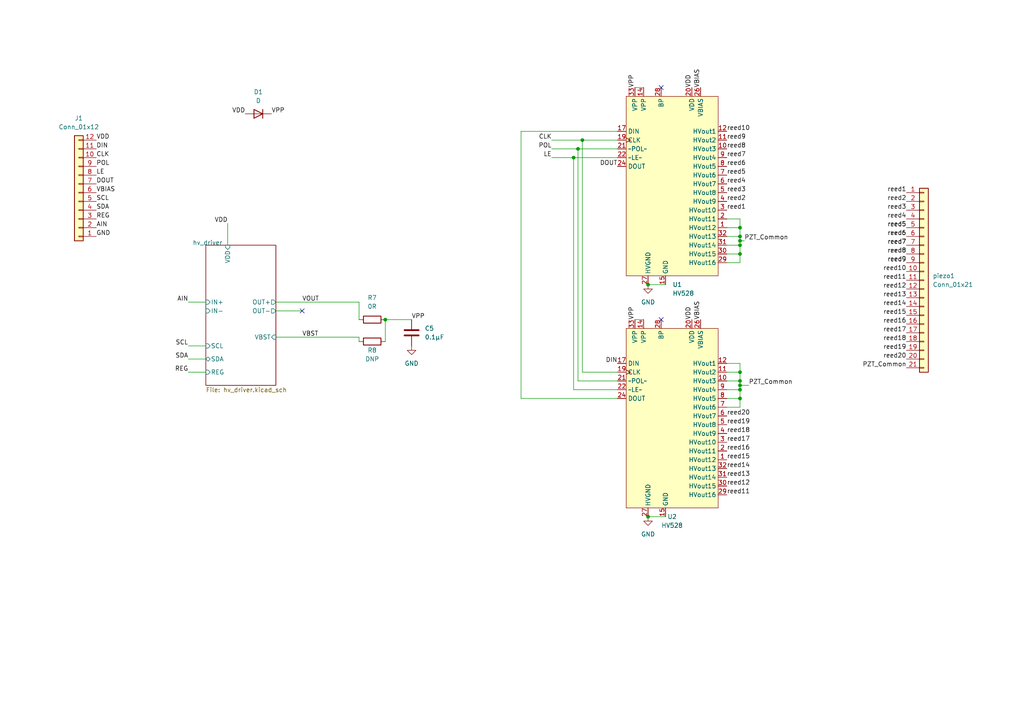
<source format=kicad_sch>
(kicad_sch (version 20211123) (generator eeschema)
  (paper "A4")
  (lib_symbols
    (symbol "Connector_Generic:Conn_01x12" (pin_names (offset 1.016) hide)
      (property "Reference" "J" (at 0 15.24 0))
      (property "Value" "Conn_01x12" (at 0 -17.78 0))
      (symbol "Conn_01x12_1_1"
        (rectangle (start -1.27 -15.113) (end 0 -15.367) (stroke (width 0.1524)))
        (rectangle (start -1.27 -12.573) (end 0 -12.827) (stroke (width 0.1524)))
        (rectangle (start -1.27 -10.033) (end 0 -10.287) (stroke (width 0.1524)))
        (rectangle (start -1.27 -7.493) (end 0 -7.747) (stroke (width 0.1524)))
        (rectangle (start -1.27 -4.953) (end 0 -5.207) (stroke (width 0.1524)))
        (rectangle (start -1.27 -2.413) (end 0 -2.667) (stroke (width 0.1524)))
        (rectangle (start -1.27 0.127) (end 0 -0.127) (stroke (width 0.1524)))
        (rectangle (start -1.27 2.667) (end 0 2.413) (stroke (width 0.1524)))
        (rectangle (start -1.27 5.207) (end 0 4.953) (stroke (width 0.1524)))
        (rectangle (start -1.27 7.747) (end 0 7.493) (stroke (width 0.1524)))
        (rectangle (start -1.27 10.287) (end 0 10.033) (stroke (width 0.1524)))
        (rectangle (start -1.27 12.827) (end 0 12.573) (stroke (width 0.1524)))
        (rectangle (start -1.27 13.97) (end 1.27 -16.51) (stroke (width 0.254)) (fill (type background)))
        (pin passive line (at -5.08 12.7 0) (length 3.81) (name "Pin_1") (number "1"))
        (pin passive line (at -5.08 -10.16 0) (length 3.81) (name "Pin_10") (number "10"))
        (pin passive line (at -5.08 -12.7 0) (length 3.81) (name "Pin_11") (number "11"))
        (pin passive line (at -5.08 -15.24 0) (length 3.81) (name "Pin_12") (number "12"))
        (pin passive line (at -5.08 10.16 0) (length 3.81) (name "Pin_2") (number "2"))
        (pin passive line (at -5.08 7.62 0) (length 3.81) (name "Pin_3") (number "3"))
        (pin passive line (at -5.08 5.08 0) (length 3.81) (name "Pin_4") (number "4"))
        (pin passive line (at -5.08 2.54 0) (length 3.81) (name "Pin_5") (number "5"))
        (pin passive line (at -5.08 0 0) (length 3.81) (name "Pin_6") (number "6"))
        (pin passive line (at -5.08 -2.54 0) (length 3.81) (name "Pin_7") (number "7"))
        (pin passive line (at -5.08 -5.08 0) (length 3.81) (name "Pin_8") (number "8"))
        (pin passive line (at -5.08 -7.62 0) (length 3.81) (name "Pin_9") (number "9"))
      )
    )
    (symbol "Connector_Generic:Conn_01x21" (pin_names (offset 1.016) hide)
      (property "Reference" "J" (at 0 27.94 0))
      (property "Value" "Conn_01x21" (at 0 -27.94 0))
      (symbol "Conn_01x21_1_1"
        (rectangle (start -1.27 -25.273) (end 0 -25.527) (stroke (width 0.1524)))
        (rectangle (start -1.27 -22.733) (end 0 -22.987) (stroke (width 0.1524)))
        (rectangle (start -1.27 -20.193) (end 0 -20.447) (stroke (width 0.1524)))
        (rectangle (start -1.27 -17.653) (end 0 -17.907) (stroke (width 0.1524)))
        (rectangle (start -1.27 -15.113) (end 0 -15.367) (stroke (width 0.1524)))
        (rectangle (start -1.27 -12.573) (end 0 -12.827) (stroke (width 0.1524)))
        (rectangle (start -1.27 -10.033) (end 0 -10.287) (stroke (width 0.1524)))
        (rectangle (start -1.27 -7.493) (end 0 -7.747) (stroke (width 0.1524)))
        (rectangle (start -1.27 -4.953) (end 0 -5.207) (stroke (width 0.1524)))
        (rectangle (start -1.27 -2.413) (end 0 -2.667) (stroke (width 0.1524)))
        (rectangle (start -1.27 0.127) (end 0 -0.127) (stroke (width 0.1524)))
        (rectangle (start -1.27 2.667) (end 0 2.413) (stroke (width 0.1524)))
        (rectangle (start -1.27 5.207) (end 0 4.953) (stroke (width 0.1524)))
        (rectangle (start -1.27 7.747) (end 0 7.493) (stroke (width 0.1524)))
        (rectangle (start -1.27 10.287) (end 0 10.033) (stroke (width 0.1524)))
        (rectangle (start -1.27 12.827) (end 0 12.573) (stroke (width 0.1524)))
        (rectangle (start -1.27 15.367) (end 0 15.113) (stroke (width 0.1524)))
        (rectangle (start -1.27 17.907) (end 0 17.653) (stroke (width 0.1524)))
        (rectangle (start -1.27 20.447) (end 0 20.193) (stroke (width 0.1524)))
        (rectangle (start -1.27 22.987) (end 0 22.733) (stroke (width 0.1524)))
        (rectangle (start -1.27 25.527) (end 0 25.273) (stroke (width 0.1524)))
        (rectangle (start -1.27 26.67) (end 1.27 -26.67) (stroke (width 0.254)) (fill (type background)))
        (pin passive line (at -5.08 25.4 0) (length 3.81) (name "Pin_1") (number "1"))
        (pin passive line (at -5.08 2.54 0) (length 3.81) (name "Pin_10") (number "10"))
        (pin passive line (at -5.08 0 0) (length 3.81) (name "Pin_11") (number "11"))
        (pin passive line (at -5.08 -2.54 0) (length 3.81) (name "Pin_12") (number "12"))
        (pin passive line (at -5.08 -5.08 0) (length 3.81) (name "Pin_13") (number "13"))
        (pin passive line (at -5.08 -7.62 0) (length 3.81) (name "Pin_14") (number "14"))
        (pin passive line (at -5.08 -10.16 0) (length 3.81) (name "Pin_15") (number "15"))
        (pin passive line (at -5.08 -12.7 0) (length 3.81) (name "Pin_16") (number "16"))
        (pin passive line (at -5.08 -15.24 0) (length 3.81) (name "Pin_17") (number "17"))
        (pin passive line (at -5.08 -17.78 0) (length 3.81) (name "Pin_18") (number "18"))
        (pin passive line (at -5.08 -20.32 0) (length 3.81) (name "Pin_19") (number "19"))
        (pin passive line (at -5.08 22.86 0) (length 3.81) (name "Pin_2") (number "2"))
        (pin passive line (at -5.08 -22.86 0) (length 3.81) (name "Pin_20") (number "20"))
        (pin passive line (at -5.08 -25.4 0) (length 3.81) (name "Pin_21") (number "21"))
        (pin passive line (at -5.08 20.32 0) (length 3.81) (name "Pin_3") (number "3"))
        (pin passive line (at -5.08 17.78 0) (length 3.81) (name "Pin_4") (number "4"))
        (pin passive line (at -5.08 15.24 0) (length 3.81) (name "Pin_5") (number "5"))
        (pin passive line (at -5.08 12.7 0) (length 3.81) (name "Pin_6") (number "6"))
        (pin passive line (at -5.08 10.16 0) (length 3.81) (name "Pin_7") (number "7"))
        (pin passive line (at -5.08 7.62 0) (length 3.81) (name "Pin_8") (number "8"))
        (pin passive line (at -5.08 5.08 0) (length 3.81) (name "Pin_9") (number "9"))
      )
    )
    (symbol "Device:C" (pin_numbers hide) (pin_names (offset 0.254))
      (property "Reference" "C" (at 0.635 2.54 0))
      (property "Value" "C" (at 0.635 -2.54 0))
      (symbol "C_0_1"
        (polyline (pts (xy -2.032 -0.762) (xy 2.032 -0.762)) (stroke (width 0.508)))
        (polyline (pts (xy -2.032 0.762) (xy 2.032 0.762)) (stroke (width 0.508)))
      )
      (symbol "C_1_1"
        (pin passive line (at 0 3.81 270) (length 2.794) (name "~") (number "1"))
        (pin passive line (at 0 -3.81 90) (length 2.794) (name "~") (number "2"))
      )
    )
    (symbol "Device:D" (pin_numbers hide) (pin_names (offset 1.016) hide)
      (property "Reference" "D" (at 0 2.54 0))
      (property "Value" "D" (at 0 -2.54 0))
      (symbol "D_0_1"
        (polyline (pts (xy -1.27 1.27) (xy -1.27 -1.27)) (stroke (width 0.254)))
        (polyline (pts (xy 1.27 0) (xy -1.27 0)))
        (polyline (pts (xy 1.27 1.27) (xy 1.27 -1.27) (xy -1.27 0) (xy 1.27 1.27)) (stroke (width 0.254)))
      )
      (symbol "D_1_1"
        (pin passive line (at -3.81 0 0) (length 2.54) (name "K") (number "1"))
        (pin passive line (at 3.81 0 180) (length 2.54) (name "A") (number "2"))
      )
    )
    (symbol "Device:R" (pin_numbers hide) (pin_names (offset 0))
      (property "Reference" "R" (at 2.032 0 90))
      (property "Value" "R" (at 0 0 90))
      (symbol "R_0_1"
        (rectangle (start -1.016 -2.54) (end 1.016 2.54) (stroke (width 0.254)))
      )
      (symbol "R_1_1"
        (pin passive line (at 0 3.81 270) (length 1.27) (name "~") (number "1"))
        (pin passive line (at 0 -3.81 90) (length 1.27) (name "~") (number "2"))
      )
    )
    (symbol "HV528_1"
      (property "Reference" "U?" (at 0 31.75 0))
      (property "Value" "HV528_1" (at 0 29.21 0))
      (symbol "HV528_1_0_1"
        (rectangle (start 12.7 -26.67) (end -13.97 25.4) (fill (type background)))
      )
      (symbol "HV528_1_1_1"
        (pin output line (at 15.24 -12.7 180) (length 2.54) (name "HVout12") (number "1"))
        (pin output line (at 15.24 10.16 180) (length 2.54) (name "HVout3") (number "10"))
        (pin output line (at 15.24 12.7 180) (length 2.54) (name "HVout2") (number "11"))
        (pin output line (at 15.24 15.24 180) (length 2.54) (name "HVout1") (number "12"))
        (pin no_connect line (at -16.51 0 0) (length 2.54) hide (name "NC") (number "13"))
        (pin power_in line (at -8.89 27.94 270) (length 2.54) (name "VPP") (number "14"))
        (pin power_in line (at -2.54 -29.21 90) (length 2.54) (name "GND") (number "15"))
        (pin no_connect line (at -16.51 -2.54 0) (length 2.54) hide (name "NC") (number "16"))
        (pin input line (at -16.51 15.24 0) (length 2.54) (name "DIN") (number "17"))
        (pin no_connect line (at -16.51 -5.08 0) (length 2.54) hide (name "NC") (number "18"))
        (pin input clock (at -16.51 12.7 0) (length 2.54) (name "CLK") (number "19"))
        (pin output line (at 15.24 -10.16 180) (length 2.54) (name "HVout11") (number "2"))
        (pin power_in line (at 5.08 27.94 270) (length 2.54) (name "VDD") (number "20"))
        (pin input line (at -16.51 10.16 0) (length 2.54) (name "~POL~") (number "21"))
        (pin input line (at -16.51 7.62 0) (length 2.54) (name "~LE~") (number "22"))
        (pin no_connect line (at -16.51 -7.62 0) (length 2.54) hide (name "NC") (number "23"))
        (pin input line (at -16.51 5.08 0) (length 2.54) (name "DOUT") (number "24"))
        (pin no_connect line (at -16.51 -10.16 0) (length 2.54) hide (name "NC") (number "25"))
        (pin power_in line (at 7.62 27.94 270) (length 2.54) (name "VBIAS") (number "26"))
        (pin power_in line (at -7.62 -29.21 90) (length 2.54) (name "HVGND") (number "27"))
        (pin power_out line (at -3.81 27.94 270) (length 2.54) (name "BP") (number "28"))
        (pin output line (at 15.24 -22.86 180) (length 2.54) (name "HVout16") (number "29"))
        (pin output line (at 15.24 -7.62 180) (length 2.54) (name "HVout10") (number "3"))
        (pin output line (at 15.24 -20.32 180) (length 2.54) (name "HVout15") (number "30"))
        (pin output line (at 15.24 -17.78 180) (length 2.54) (name "HVout14") (number "31"))
        (pin output line (at 15.24 -15.24 180) (length 2.54) (name "HVout13") (number "32"))
        (pin power_in line (at -11.43 27.94 270) (length 2.54) (name "VPP") (number "33"))
        (pin output line (at 15.24 -5.08 180) (length 2.54) (name "HVout9") (number "4"))
        (pin output line (at 15.24 -2.54 180) (length 2.54) (name "HVout8") (number "5"))
        (pin output line (at 15.24 0 180) (length 2.54) (name "HVout7") (number "6"))
        (pin output line (at 15.24 2.54 180) (length 2.54) (name "HVout6") (number "7"))
        (pin output line (at 15.24 5.08 180) (length 2.54) (name "HVout5") (number "8"))
        (pin output line (at 15.24 7.62 180) (length 2.54) (name "HVout4") (number "9"))
      )
    )
    (symbol "microchip_hv:HV528"
      (property "Reference" "U?" (at 0 31.75 0))
      (property "Value" "HV528" (at 0 29.21 0))
      (symbol "HV528_0_1"
        (rectangle (start 12.7 -26.67) (end -13.97 25.4) (fill (type background)))
      )
      (symbol "HV528_1_1"
        (pin output line (at 15.24 -12.7 180) (length 2.54) (name "HVout12") (number "1"))
        (pin output line (at 15.24 10.16 180) (length 2.54) (name "HVout3") (number "10"))
        (pin output line (at 15.24 12.7 180) (length 2.54) (name "HVout2") (number "11"))
        (pin output line (at 15.24 15.24 180) (length 2.54) (name "HVout1") (number "12"))
        (pin no_connect line (at -16.51 0 0) (length 2.54) hide (name "NC") (number "13"))
        (pin power_in line (at -8.89 27.94 270) (length 2.54) (name "VPP") (number "14"))
        (pin power_in line (at -2.54 -29.21 90) (length 2.54) (name "GND") (number "15"))
        (pin no_connect line (at -16.51 -2.54 0) (length 2.54) hide (name "NC") (number "16"))
        (pin input line (at -16.51 15.24 0) (length 2.54) (name "DIN") (number "17"))
        (pin no_connect line (at -16.51 -5.08 0) (length 2.54) hide (name "NC") (number "18"))
        (pin input clock (at -16.51 12.7 0) (length 2.54) (name "CLK") (number "19"))
        (pin output line (at 15.24 -10.16 180) (length 2.54) (name "HVout11") (number "2"))
        (pin power_in line (at 5.08 27.94 270) (length 2.54) (name "VDD") (number "20"))
        (pin input line (at -16.51 10.16 0) (length 2.54) (name "~POL~") (number "21"))
        (pin input line (at -16.51 7.62 0) (length 2.54) (name "~LE~") (number "22"))
        (pin no_connect line (at -16.51 -7.62 0) (length 2.54) hide (name "NC") (number "23"))
        (pin input line (at -16.51 5.08 0) (length 2.54) (name "DOUT") (number "24"))
        (pin no_connect line (at -16.51 -10.16 0) (length 2.54) hide (name "NC") (number "25"))
        (pin power_in line (at 7.62 27.94 270) (length 2.54) (name "VBIAS") (number "26"))
        (pin power_in line (at -7.62 -29.21 90) (length 2.54) (name "HVGND") (number "27"))
        (pin power_out line (at -3.81 27.94 270) (length 2.54) (name "BP") (number "28"))
        (pin output line (at 15.24 -22.86 180) (length 2.54) (name "HVout16") (number "29"))
        (pin output line (at 15.24 -7.62 180) (length 2.54) (name "HVout10") (number "3"))
        (pin output line (at 15.24 -20.32 180) (length 2.54) (name "HVout15") (number "30"))
        (pin output line (at 15.24 -17.78 180) (length 2.54) (name "HVout14") (number "31"))
        (pin output line (at 15.24 -15.24 180) (length 2.54) (name "HVout13") (number "32"))
        (pin power_in line (at -11.43 27.94 270) (length 2.54) (name "VPP") (number "33"))
        (pin output line (at 15.24 -5.08 180) (length 2.54) (name "HVout9") (number "4"))
        (pin output line (at 15.24 -2.54 180) (length 2.54) (name "HVout8") (number "5"))
        (pin output line (at 15.24 0 180) (length 2.54) (name "HVout7") (number "6"))
        (pin output line (at 15.24 2.54 180) (length 2.54) (name "HVout6") (number "7"))
        (pin output line (at 15.24 5.08 180) (length 2.54) (name "HVout5") (number "8"))
        (pin output line (at 15.24 7.62 180) (length 2.54) (name "HVout4") (number "9"))
      )
    )
    (symbol "power:GND" (power) (pin_names (offset 0))
      (property "Value" "GND" (at 0 -3.81 0))
      (symbol "GND_0_1"
        (polyline (pts (xy 0 0) (xy 0 -1.27) (xy 1.27 -1.27) (xy 0 -2.54) (xy -1.27 -1.27) (xy 0 -1.27)))
      )
      (symbol "GND_1_1"
        (pin power_in line (at 0 0 270) (length 0) hide (name "GND") (number "1"))
      )
    )
  )
  (junction (at 214.63 69.85))
  (junction (at 168.91 40.64))
  (junction (at 214.63 73.66))
  (junction (at 187.96 149.86))
  (junction (at 167.64 43.18))
  (junction (at 214.63 113.03))
  (junction (at 187.96 82.55))
  (junction (at 166.37 45.72))
  (junction (at 214.63 115.57))
  (junction (at 214.63 110.49))
  (junction (at 214.63 111.76))
  (junction (at 214.63 71.12))
  (junction (at 214.63 107.95))
  (junction (at 214.63 66.04))
  (junction (at 111.76 92.71))
  (junction (at 214.63 68.58))
  (no_connect (at 191.77 92.71))
  (no_connect (at 191.77 25.4))
  (no_connect (at 87.63 90.17))
  (wire (pts (xy 210.82 107.95) (xy 214.63 107.95)))
  (wire (pts (xy 214.63 111.76) (xy 214.63 113.03)))
  (wire (pts (xy 210.82 63.5) (xy 214.63 63.5)))
  (wire (pts (xy 104.14 97.79) (xy 104.14 99.06)))
  (wire (pts (xy 214.63 110.49) (xy 214.63 111.76)))
  (wire (pts (xy 184.15 25.4) (xy 186.69 25.4)))
  (wire (pts (xy 214.63 111.76) (xy 217.17 111.76)))
  (wire (pts (xy 210.82 115.57) (xy 214.63 115.57)))
  (wire (pts (xy 54.61 87.63) (xy 59.69 87.63)))
  (wire (pts (xy 166.37 45.72) (xy 179.07 45.72)))
  (wire (pts (xy 54.61 104.14) (xy 59.69 104.14)))
  (wire (pts (xy 160.02 43.18) (xy 167.64 43.18)))
  (wire (pts (xy 168.91 107.95) (xy 179.07 107.95)))
  (wire (pts (xy 167.64 43.18) (xy 179.07 43.18)))
  (wire (pts (xy 80.01 90.17) (xy 87.63 90.17)))
  (wire (pts (xy 210.82 68.58) (xy 214.63 68.58)))
  (wire (pts (xy 151.13 115.57) (xy 151.13 38.1)))
  (wire (pts (xy 214.63 69.85) (xy 215.9 69.85)))
  (wire (pts (xy 214.63 69.85) (xy 214.63 71.12)))
  (wire (pts (xy 111.76 92.71) (xy 111.76 99.06)))
  (wire (pts (xy 168.91 40.64) (xy 179.07 40.64)))
  (wire (pts (xy 210.82 110.49) (xy 214.63 110.49)))
  (wire (pts (xy 210.82 105.41) (xy 214.63 105.41)))
  (wire (pts (xy 187.96 149.86) (xy 193.04 149.86)))
  (wire (pts (xy 214.63 73.66) (xy 214.63 71.12)))
  (wire (pts (xy 167.64 43.18) (xy 167.64 110.49)))
  (wire (pts (xy 214.63 115.57) (xy 214.63 113.03)))
  (wire (pts (xy 54.61 100.33) (xy 59.69 100.33)))
  (wire (pts (xy 214.63 68.58) (xy 214.63 69.85)))
  (wire (pts (xy 210.82 113.03) (xy 214.63 113.03)))
  (wire (pts (xy 66.04 64.77) (xy 66.04 71.12)))
  (wire (pts (xy 166.37 45.72) (xy 166.37 113.03)))
  (wire (pts (xy 179.07 115.57) (xy 151.13 115.57)))
  (wire (pts (xy 210.82 66.04) (xy 214.63 66.04)))
  (wire (pts (xy 210.82 118.11) (xy 214.63 118.11)))
  (wire (pts (xy 111.76 92.71) (xy 119.38 92.71)))
  (wire (pts (xy 210.82 73.66) (xy 214.63 73.66)))
  (wire (pts (xy 210.82 71.12) (xy 214.63 71.12)))
  (wire (pts (xy 210.82 76.2) (xy 214.63 76.2)))
  (wire (pts (xy 54.61 107.95) (xy 59.69 107.95)))
  (wire (pts (xy 166.37 113.03) (xy 179.07 113.03)))
  (wire (pts (xy 80.01 97.79) (xy 104.14 97.79)))
  (wire (pts (xy 160.02 40.64) (xy 168.91 40.64)))
  (wire (pts (xy 214.63 66.04) (xy 214.63 68.58)))
  (wire (pts (xy 214.63 110.49) (xy 214.63 107.95)))
  (wire (pts (xy 214.63 63.5) (xy 214.63 66.04)))
  (wire (pts (xy 184.15 92.71) (xy 186.69 92.71)))
  (wire (pts (xy 214.63 107.95) (xy 214.63 105.41)))
  (wire (pts (xy 104.14 87.63) (xy 104.14 92.71)))
  (wire (pts (xy 168.91 40.64) (xy 168.91 107.95)))
  (wire (pts (xy 214.63 118.11) (xy 214.63 115.57)))
  (wire (pts (xy 214.63 76.2) (xy 214.63 73.66)))
  (wire (pts (xy 167.64 110.49) (xy 179.07 110.49)))
  (wire (pts (xy 151.13 38.1) (xy 179.07 38.1)))
  (wire (pts (xy 80.01 87.63) (xy 104.14 87.63)))
  (wire (pts (xy 160.02 45.72) (xy 166.37 45.72)))
  (wire (pts (xy 187.96 82.55) (xy 193.04 82.55)))
  (label "reed6" (at 210.82 48.26 0))
  (label "reed4" (at 210.82 53.34 0))
  (label "VPP" (at 184.15 25.4 90))
  (label "reed11" (at 262.89 81.28 180))
  (label "reed5" (at 210.82 50.8 0))
  (label "reed9" (at 262.89 76.2 180))
  (label "reed3" (at 210.82 55.88 0))
  (label "SCL" (at 54.61 100.33 180))
  (label "AIN" (at 27.94 66.04 0))
  (label "reed16" (at 262.89 93.98 180))
  (label "reed10" (at 210.82 38.1 0))
  (label "reed11" (at 210.82 143.51 0))
  (label "reed17" (at 210.82 128.27 0))
  (label "reed19" (at 262.89 101.6 180))
  (label "VBIAS" (at 203.2 92.71 90))
  (label "reed20" (at 262.89 104.14 180))
  (label "DOUT" (at 27.94 53.34 0))
  (label "reed7" (at 262.89 71.12 180))
  (label "reed15" (at 262.89 91.44 180))
  (label "reed1" (at 262.89 55.88 180))
  (label "VBIAS" (at 203.2 25.4 90))
  (label "reed1" (at 210.82 60.96 0))
  (label "reed9" (at 210.82 40.64 0))
  (label "LE" (at 160.02 45.72 180))
  (label "VPP" (at 78.74 33.02 0))
  (label "SDA" (at 27.94 60.96 0))
  (label "VPP" (at 184.15 92.71 90))
  (label "REG" (at 54.61 107.95 180))
  (label "GND" (at 27.94 68.58 0))
  (label "PZT_Common" (at 215.9 69.85 0))
  (label "reed13" (at 210.82 138.43 0))
  (label "DIN" (at 27.94 43.18 0))
  (label "reed5" (at 262.89 66.04 180))
  (label "reed6" (at 262.89 68.58 180))
  (label "reed9" (at 262.89 76.2 180))
  (label "reed16" (at 210.82 130.81 0))
  (label "reed8" (at 262.89 73.66 180))
  (label "DOUT" (at 179.07 48.26 180))
  (label "VDD" (at 200.66 25.4 90))
  (label "reed19" (at 210.82 123.19 0))
  (label "DIN" (at 179.07 105.41 180))
  (label "reed2" (at 210.82 58.42 0))
  (label "POL" (at 27.94 48.26 0))
  (label "reed7" (at 262.89 71.12 180))
  (label "VOUT" (at 87.63 87.63 0))
  (label "VPP" (at 119.38 92.71 0))
  (label "LE" (at 27.94 50.8 0))
  (label "reed8" (at 210.82 43.18 0))
  (label "reed12" (at 262.89 83.82 180))
  (label "POL" (at 160.02 43.18 180))
  (label "SDA" (at 54.61 104.14 180))
  (label "reed4" (at 262.89 63.5 180))
  (label "AIN" (at 54.61 87.63 180))
  (label "reed8" (at 262.89 73.66 180))
  (label "VDD" (at 71.12 33.02 180))
  (label "reed15" (at 210.82 133.35 0))
  (label "VDD" (at 27.94 40.64 0))
  (label "VBIAS" (at 27.94 55.88 0))
  (label "reed20" (at 210.82 120.65 0))
  (label "CLK" (at 27.94 45.72 0))
  (label "REG" (at 27.94 63.5 0))
  (label "reed2" (at 262.89 58.42 180))
  (label "reed18" (at 210.82 125.73 0))
  (label "reed18" (at 262.89 99.06 180))
  (label "reed6" (at 262.89 68.58 180))
  (label "reed3" (at 262.89 60.96 180))
  (label "VDD" (at 200.66 92.71 90))
  (label "reed5" (at 262.89 66.04 180))
  (label "VDD" (at 66.04 64.77 180))
  (label "reed12" (at 210.82 140.97 0))
  (label "reed14" (at 210.82 135.89 0))
  (label "reed17" (at 262.89 96.52 180))
  (label "PZT_Common" (at 217.17 111.76 0))
  (label "VBST" (at 87.63 97.79 0))
  (label "PZT_Common" (at 262.89 106.68 180))
  (label "CLK" (at 160.02 40.64 180))
  (label "reed14" (at 262.89 88.9 180))
  (label "SCL" (at 27.94 58.42 0))
  (label "reed10" (at 262.89 78.74 180))
  (label "reed13" (at 262.89 86.36 180))
  (label "reed7" (at 210.82 45.72 0))
  (symbol (lib_name "HV528_1") (lib_id "microchip_hv:HV528") (at 195.58 120.65 0) (unit 1)
    (property "Reference" "U2" (at 194.945 149.86 0))
    (property "Value" "HV528" (at 194.945 152.4 0))
    (property "Footprint" "Package_DFN_QFN:HVQFN-32-1EP_5x5mm_P0.5mm_EP3.1x3.1mm" (effects hide))
  )
  (symbol (lib_id "Connector_Generic:Conn_01x21") (at 267.97 81.28 0) (unit 1)
    (property "Reference" "piezo1" (at 270.51 80.0099 0) (effects (justify left)))
    (property "Value" "Conn_01x21" (at 270.51 82.5499 0) (effects (justify left)))
    (property "Footprint" "microchip_hv:piezox20" (effects hide))
  )
  (symbol (lib_id "power:GND") (at 187.96 149.86 0) (unit 1)
    (property "Reference" "#PWR01" (effects hide))
    (property "Value" "GND" (at 187.96 154.94 0))
  )
  (symbol (lib_id "Device:R") (at 107.95 92.71 90) (unit 1)
    (property "Reference" "R7" (at 107.95 86.36 90))
    (property "Value" "0R" (at 107.95 88.9 90))
    (property "Footprint" "Resistor_SMD:R_1206_3216Metric" (effects hide))
  )
  (symbol (lib_id "microchip_hv:HV528") (at 195.58 53.34 0) (unit 1)
    (property "Reference" "U1" (at 195.0594 82.55 0) (effects (justify left)))
    (property "Value" "HV528" (at 195.0594 85.09 0) (effects (justify left)))
    (property "Footprint" "Package_DFN_QFN:HVQFN-32-1EP_5x5mm_P0.5mm_EP3.1x3.1mm" (effects hide))
  )
  (symbol (lib_id "power:GND") (at 187.96 82.55 0) (unit 1)
    (property "Reference" "#PWR02" (effects hide))
    (property "Value" "GND" (at 187.96 87.63 0))
  )
  (symbol (lib_id "Device:D") (at 74.93 33.02 180) (unit 1)
    (property "Reference" "D1" (at 74.93 26.67 0))
    (property "Value" "D" (at 74.93 29.21 0))
    (property "Footprint" "Diode_SMD:D_SOD-123F" (effects hide))
    (property "Part" " DSK120-K120" (effects hide))
  )
  (symbol (lib_id "power:GND") (at 119.38 100.33 0) (unit 1)
    (property "Reference" "#PWR0108" (effects hide))
    (property "Value" "GND" (at 119.38 105.41 0))
  )
  (symbol (lib_id "Device:R") (at 107.95 99.06 90) (unit 1)
    (property "Reference" "R8" (at 107.95 101.6 90))
    (property "Value" "DNP" (at 107.95 104.14 90))
    (property "Footprint" "Resistor_SMD:R_1206_3216Metric" (effects hide))
  )
  (symbol (lib_id "Device:C") (at 119.38 96.52 180) (unit 1)
    (property "Reference" "C5" (at 123.19 95.2499 0) (effects (justify right)))
    (property "Value" "0.1µF" (at 123.19 97.7899 0) (effects (justify right)))
    (property "Footprint" "Capacitor_SMD:C_1206_3216Metric" (effects hide))
  )
  (symbol (lib_id "Connector_Generic:Conn_01x12") (at 22.86 55.88 180) (unit 1)
    (property "Reference" "J1" (at 22.86 34.29 0))
    (property "Value" "Conn_01x12" (at 22.86 36.83 0))
    (property "Footprint" "microchip_hv:FH34SRJ-12S-0.5SH" (effects hide))
    (property "Part" "FH34SRJ-12S-0.5SH" (effects hide))
  )
  (sheet (at 59.69 71.12) (size 20.32 40.64) (stroke (width 0.1524))
    (property "Sheet name" "hv_driver" (at 55.88 71.12 0) (effects (justify left bottom)))
    (property "Sheet file" "hv_driver.kicad_sch" (at 59.69 112.3446 0) (effects (justify left top)))
    (pin "OUT+" output (at 80.01 87.63 0))
    (pin "OUT-" output (at 80.01 90.17 0))
    (pin "IN-" input (at 59.69 90.17 180))
    (pin "IN+" input (at 59.69 87.63 180))
    (pin "VDD" input (at 66.04 71.12 90))
    (pin "SDA" bidirectional (at 59.69 104.14 180))
    (pin "REG" input (at 59.69 107.95 180))
    (pin "SCL" input (at 59.69 100.33 180))
    (pin "VBST" input (at 80.01 97.79 0))
  )
)
</source>
